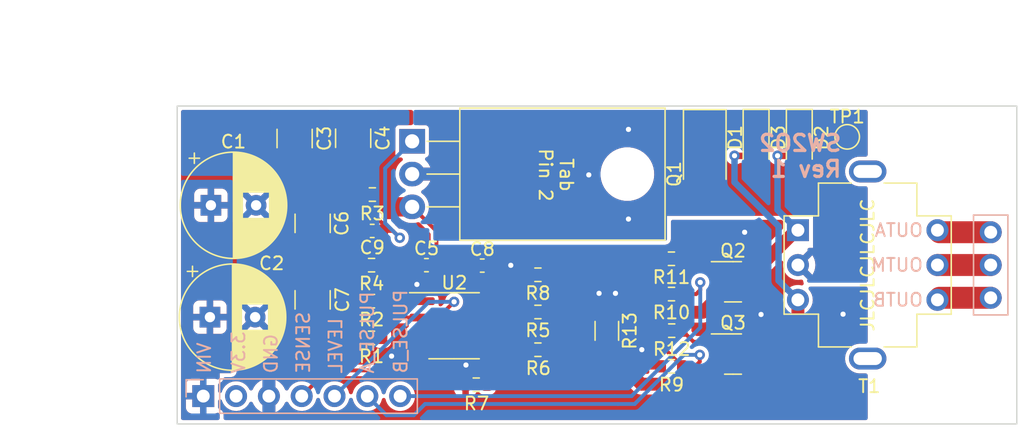
<source format=kicad_pcb>
(kicad_pcb (version 20211014) (generator pcbnew)
  (title_block (title "SW2O2") (date "2022-11-09") (rev "1") (company "saawsm"))
  (layers (0 "F.Cu" signal) (31 "B.Cu" signal) (34 "B.Paste" user) (35 "F.Paste" user) (36 "B.SilkS" user "B.Silkscreen") (37 "F.SilkS" user "F.Silkscreen") (38 "B.Mask" user) (39 "F.Mask" user) (44 "Edge.Cuts" user))
  (net 0 "")
  (net 1 "+9V")
  (net 2 "GND")
  (net 3 "/I_SENSE")
  (net 4 "/I_LIMIT")
  (net 5 "/PULSE_A")
  (net 6 "/PULSE_B")
  (net 7 "Net-(D2-Pad2)")
  (net 8 "Net-(D3-Pad2)")
  (net 9 "/OUTB")
  (net 10 "/OUTM")
  (net 11 "/OUTA")
  (net 13 "/PULSE_SRC")
  (net 14 "Net-(D1-Pad1)")
  (net 15 "/V_SHUNT_N")
  (net 16 "Net-(C9-Pad2)")
  (net 17 "Net-(Q2-Pad1)")
  (net 18 "/V_SHUNT_P")
  (net 19 "Net-(Q3-Pad1)")
  (net 20 "Net-(R1-Pad1)")
  (net 21 "Net-(R2-Pad1)")
  (net 22 "Net-(R5-Pad2)")
  (net 23 "Net-(R6-Pad2)")
  (footprint "Package_TO_SOT_THT:TO-220-3_Horizontal_TabDown" (layer "F.Cu") (at 105.07 71.691707 -90)
    (fp_text reference "Q1" (at 2.536903 -20.290558 -90) (layer "F.SilkS"))
    (fp_text value "IRF9Z24NPBF")
    (pad "" np_thru_hole oval locked (at 2.54 -16.66 270) (size 3.5 3.5) (drill 3.5) (layers *.Cu *.Mask))
    (pad "1" thru_hole rect locked (at 0 0 270) (size 1.905 2) (drill 1.1) (layers *.Cu *.Mask) (net 16 "Net-(C9-Pad2)"))
    (pad "2" thru_hole oval locked (at 2.54 0 270) (size 1.905 2) (drill 1.1) (layers *.Cu *.Mask) (net 13 "/PULSE_SRC"))
    (pad "3" thru_hole oval locked (at 5.08 0 270) (size 1.905 2) (drill 1.1) (layers *.Cu *.Mask) (net 1 "+9V"))
  )
  (footprint "Diode_SMD:D_SOD-123F" (layer "F.Cu") (at 131.695804 71.419663 -90)
    (fp_text reference "D3" (at -0.005529 -1.728508 90) (layer "F.SilkS"))
    (fp_text value "SS24FL")
    (pad "1" smd rect locked (at -1.4 0 270) (size 1.1 1.1) (layers "F.Cu" "F.Paste" "F.Mask") (net 14 "Net-(D1-Pad1)"))
    (pad "2" smd rect locked (at 1.4 0 270) (size 1.1 1.1) (layers "F.Cu" "F.Paste" "F.Mask") (net 8 "Net-(D3-Pad2)"))
  )
  (footprint "Resistor_SMD:R_0603_1608Metric" (layer "F.Cu") (at 101.989696 75.817638)
    (fp_text reference "R3" (at 0 1.475323) (layer "F.SilkS"))
    (fp_text value "2K")
    (pad "1" smd roundrect locked (at -0.825 0) (size 0.8 0.95) (layers "F.Cu" "F.Paste" "F.Mask") (net 16 "Net-(C9-Pad2)"))
    (pad "2" smd roundrect locked (at 0.825 0) (size 0.8 0.95) (layers "F.Cu" "F.Paste" "F.Mask") (net 1 "+9V"))
  )
  (footprint "Diode_SMD:D_SOD-123F" (layer "F.Cu") (at 135.040545 71.419663 -90)
    (fp_text reference "D2" (at 0.006427 -1.727155 90) (layer "F.SilkS"))
    (fp_text value "SS24FL")
    (pad "1" smd rect locked (at -1.4 0 270) (size 1.1 1.1) (layers "F.Cu" "F.Paste" "F.Mask") (net 14 "Net-(D1-Pad1)"))
    (pad "2" smd rect locked (at 1.4 0 270) (size 1.1 1.1) (layers "F.Cu" "F.Paste" "F.Mask") (net 7 "Net-(D2-Pad2)"))
  )
  (footprint "Resistor_SMD:R_0603_1608Metric" (layer "F.Cu") (at 101.92096 84.081424 180)
    (fp_text reference "R2" (at -0.015359 -1.431296 180) (layer "F.SilkS"))
    (fp_text value "10K")
    (pad "1" smd roundrect locked (at -0.825 0 180) (size 0.8 0.95) (layers "F.Cu" "F.Paste" "F.Mask") (net 21 "Net-(R2-Pad1)"))
    (pad "2" smd roundrect locked (at 0.825 0 180) (size 0.8 0.95) (layers "F.Cu" "F.Paste" "F.Mask") (net 20 "Net-(R1-Pad1)"))
  )
  (footprint "Capacitor_SMD:C_1210_3225Metric" (layer "F.Cu") (at 95.971021 71.47436 -90)
    (fp_text reference "C3" (at 0 -2.3 90) (layer "F.SilkS"))
    (fp_text value "22uF")
    (pad "1" smd roundrect locked (at -1.475 0 270) (size 1.15 2.7) (layers "F.Cu" "F.Paste" "F.Mask") (roundrect_rratio 0.2173913043) (net 1 "+9V"))
    (pad "2" smd roundrect locked (at 1.475 0 270) (size 1.15 2.7) (layers "F.Cu" "F.Paste" "F.Mask") (roundrect_rratio 0.2173913043) (net 2 "GND"))
  )
  (footprint "Capacitor_THT:CP_Radial_D8.0mm_P3.50mm" (layer "F.Cu") (at 89.489926 76.651202)
    (fp_text reference "C1" (at 1.742969 -4.928796) (layer "F.SilkS"))
    (fp_text value "470uF")
    (pad "1" thru_hole rect locked (at 0 0) (size 1.6 1.6) (drill 0.8) (layers *.Cu *.Mask) (net 1 "+9V"))
    (pad "2" thru_hole circle locked (at 3.5 0) (size 1.6 1.6) (drill 0.8) (layers *.Cu *.Mask) (net 2 "GND"))
  )
  (footprint "Resistor_SMD:R_0603_1608Metric" (layer "F.Cu") (at 125.147816 83.530326 180)
    (fp_text reference "R10" (at 0 -1.43) (layer "F.SilkS"))
    (fp_text value "10K")
    (pad "1" smd roundrect locked (at -0.825 0 180) (size 0.8 0.95) (layers "F.Cu" "F.Paste" "F.Mask") (net 6 "/PULSE_B"))
    (pad "2" smd roundrect locked (at 0.825 0 180) (size 0.8 0.95) (layers "F.Cu" "F.Paste" "F.Mask") (net 2 "GND"))
  )
  (footprint "Resistor_SMD:R_0603_1608Metric" (layer "F.Cu") (at 114.808 82.035834 180)
    (fp_text reference "R8" (at 0 -1.43) (layer "F.SilkS"))
    (fp_text value "100K")
    (pad "1" smd roundrect locked (at -0.825 0 180) (size 0.8 0.95) (layers "F.Cu" "F.Paste" "F.Mask") (net 22 "Net-(R5-Pad2)"))
    (pad "2" smd roundrect locked (at 0.825 0 180) (size 0.8 0.95) (layers "F.Cu" "F.Paste" "F.Mask") (net 3 "/I_SENSE"))
  )
  (footprint "Resistor_SMD:R_0603_1608Metric" (layer "F.Cu") (at 125.147816 89.131271 180)
    (fp_text reference "R9" (at 0 -1.43) (layer "F.SilkS"))
    (fp_text value "10K")
    (pad "1" smd roundrect locked (at -0.825 0 180) (size 0.8 0.95) (layers "F.Cu" "F.Paste" "F.Mask") (net 5 "/PULSE_A"))
    (pad "2" smd roundrect locked (at 0.825 0 180) (size 0.8 0.95) (layers "F.Cu" "F.Paste" "F.Mask") (net 2 "GND"))
  )
  (footprint "Resistor_SMD:R_0603_1608Metric" (layer "F.Cu") (at 125.143852 80.795367 180)
    (fp_text reference "R11" (at 0 -1.43) (layer "F.SilkS"))
    (fp_text value "100")
    (pad "1" smd roundrect locked (at -0.825 0 180) (size 0.8 0.95) (layers "F.Cu" "F.Paste" "F.Mask") (net 17 "Net-(Q2-Pad1)"))
    (pad "2" smd roundrect locked (at 0.825 0 180) (size 0.8 0.95) (layers "F.Cu" "F.Paste" "F.Mask") (net 6 "/PULSE_B"))
  )
  (footprint "Capacitor_SMD:C_0603_1608Metric" (layer "F.Cu") (at 106.176417 81.290318 180)
    (fp_text reference "C5" (at -0.005251 1.293432 180) (layer "F.SilkS"))
    (fp_text value "100nF")
    (pad "1" smd roundrect locked (at -0.775 0 180) (size 0.9 0.95) (layers "F.Cu" "F.Paste" "F.Mask") (net 1 "+9V"))
    (pad "2" smd roundrect locked (at 0.775 0 180) (size 0.9 0.95) (layers "F.Cu" "F.Paste" "F.Mask") (net 2 "GND"))
  )
  (footprint "TestPoint:TestPoint_Pad_D1.5mm" (layer "F.Cu") (at 138.750264 71.344993)
    (fp_text reference "TP1" (at 0 -1.563842) (layer "F.SilkS"))
    (fp_text value "PSRC")
    (pad "1" smd circle locked (at 0 0) (size 1.5 1.5) (layers "F.Cu" "F.Mask") (net 13 "/PULSE_SRC"))
  )
  (footprint "Package_TO_SOT_SMD:SOT-23" (layer "F.Cu") (at 129.910816 82.580326)
    (fp_text reference "Q2" (at 0 -2.4) (layer "F.SilkS"))
    (fp_text value "DMN2041L")
    (pad "1" smd roundrect locked (at -0.9375 -0.95) (size 1.475 0.6) (layers "F.Cu" "F.Paste" "F.Mask") (net 17 "Net-(Q2-Pad1)"))
    (pad "2" smd roundrect locked (at -0.9375 0.95) (size 1.475 0.6) (layers "F.Cu" "F.Paste" "F.Mask") (net 18 "/V_SHUNT_P"))
    (pad "3" smd roundrect locked (at 0.9375 0) (size 1.475 0.6) (layers "F.Cu" "F.Paste" "F.Mask") (net 7 "Net-(D2-Pad2)"))
  )
  (footprint "Resistor_SMD:R_0603_1608Metric" (layer "F.Cu") (at 101.923668 86.929593 180)
    (fp_text reference "R1" (at 0 -1.43) (layer "F.SilkS"))
    (fp_text value "10k")
    (pad "1" smd roundrect locked (at -0.825 0 180) (size 0.8 0.95) (layers "F.Cu" "F.Paste" "F.Mask") (net 20 "Net-(R1-Pad1)"))
    (pad "2" smd roundrect locked (at 0.825 0 180) (size 0.8 0.95) (layers "F.Cu" "F.Paste" "F.Mask") (net 2 "GND"))
  )
  (footprint "Resistor_SMD:R_0603_1608Metric" (layer "F.Cu") (at 125.164667 86.367413 180)
    (fp_text reference "R12" (at 0 -1.43) (layer "F.SilkS"))
    (fp_text value "100")
    (pad "1" smd roundrect locked (at -0.825 0 180) (size 0.8 0.95) (layers "F.Cu" "F.Paste" "F.Mask") (net 19 "Net-(Q3-Pad1)"))
    (pad "2" smd roundrect locked (at 0.825 0 180) (size 0.8 0.95) (layers "F.Cu" "F.Paste" "F.Mask") (net 5 "/PULSE_A"))
  )
  (footprint "SaawLib:SW32-MO_Header" (layer "F.Cu") (at 119.38 81.28)
    (fp_text reference "U1")
    (fp_text value "SW-32MO")
    (fp_text user "LEVEL" (at -20.239434 6.253036 90 unlocked) (layer "B.SilkS") (effects (justify mirror)))
    (fp_text user "OUTB" (at 23.296571 2.7 unlocked) (layer "B.SilkS") (effects (justify mirror)))
    (fp_text user "3.3V" (at -27.756241 6.776846 90 unlocked) (layer "B.SilkS") (effects (justify mirror)))
    (fp_text user "SENSE" (at -22.739434 6.014941 90 unlocked) (layer "B.SilkS") (effects (justify mirror)))
    (fp_text user "PULSE_A" (at -17.779434 5.229227 90 unlocked) (layer "B.SilkS") (effects (justify mirror)))
    (fp_text user "OUTA" (at 23.368 -2.7 unlocked) (layer "B.SilkS") (effects (justify mirror)))
    (fp_text user "PULSE_B" (at -15.195278 5.157798 90 unlocked) (layer "B.SilkS") (effects (justify mirror)))
    (fp_text user "VIN" (at -30.405819 7.205417 90 unlocked) (layer "B.SilkS") (effects (justify mirror)))
    (fp_text user "OUTM" (at 23.225143 0 unlocked) (layer "B.SilkS") (effects (justify mirror)))
    (fp_text user "GND" (at -25.239434 6.872084 90 unlocked) (layer "B.SilkS") (effects (justify mirror)))
    (pad "1" thru_hole rect locked (at -30.48 10.16 90) (size 1.7 1.7) (drill 1) (layers *.Cu *.Mask) (net 1 "+9V"))
    (pad "2" thru_hole oval locked (at -27.94 10.16 90) (size 1.7 1.7) (drill 1) (layers *.Cu *.Mask))
    (pad "3" thru_hole oval locked (at -25.4 10.16 90) (size 1.7 1.7) (drill 1) (layers *.Cu *.Mask) (net 2 "GND"))
    (pad "4" thru_hole oval locked (at -22.86 10.16 90) (size 1.7 1.7) (drill 1) (layers *.Cu *.Mask) (net 3 "/I_SENSE"))
    (pad "5" thru_hole oval locked (at -20.32 10.16 90) (size 1.7 1.7) (drill 1) (layers *.Cu *.Mask) (net 4 "/I_LIMIT"))
    (pad "6" thru_hole oval locked (at -17.78 10.16 90) (size 1.7 1.7) (drill 1) (layers *.Cu *.Mask) (net 5 "/PULSE_A"))
    (pad "7" thru_hole oval locked (at -15.24 10.16 90) (size 1.7 1.7) (drill 1) (layers *.Cu *.Mask) (net 6 "/PULSE_B"))
    (pad "8" thru_hole circle locked (at 30.48 -2.54) (size 1.7 1.7) (drill 1) (layers *.Cu *.Mask) (net 11 "/OUTA"))
    (pad "9" thru_hole oval locked (at 30.48 0) (size 1.7 1.7) (drill 1) (layers *.Cu *.Mask) (net 10 "/OUTM"))
    (pad "10" thru_hole oval locked (at 30.48 2.54) (size 1.7 1.7) (drill 1) (layers *.Cu *.Mask) (net 9 "/OUTB"))
  )
  (footprint "Diode_SMD:D_SMA" (layer "F.Cu") (at 127.72288 72.634663 -90)
    (fp_text reference "D1" (at -1.222684 -2.359905 90) (layer "F.SilkS"))
    (fp_text value "SML4746-E3/61")
    (pad "1" smd rect locked (at -2 0 270) (size 2.5 1.8) (layers "F.Cu" "F.Paste" "F.Mask") (net 14 "Net-(D1-Pad1)"))
    (pad "2" smd rect locked (at 2 0 270) (size 2.5 1.8) (layers "F.Cu" "F.Paste" "F.Mask") (net 13 "/PULSE_SRC"))
  )
  (footprint "Capacitor_SMD:C_0603_1608Metric" (layer "F.Cu") (at 110.497851 81.32504)
    (fp_text reference "C8" (at 0.004105 -1.271327) (layer "F.SilkS"))
    (fp_text value "1uF")
    (pad "1" smd roundrect locked (at -0.775 0) (size 0.9 0.95) (layers "F.Cu" "F.Paste" "F.Mask") (net 1 "+9V"))
    (pad "2" smd roundrect locked (at 0.775 0) (size 0.9 0.95) (layers "F.Cu" "F.Paste" "F.Mask") (net 2 "GND"))
  )
  (footprint "Resistor_SMD:R_0603_1608Metric" (layer "F.Cu") (at 114.808 84.920334 180)
    (fp_text reference "R5" (at 0 -1.43) (layer "F.SilkS"))
    (fp_text value "10k")
    (pad "1" smd roundrect locked (at -0.825 0 180) (size 0.8 0.95) (layers "F.Cu" "F.Paste" "F.Mask") (net 15 "/V_SHUNT_N"))
    (pad "2" smd roundrect locked (at 0.825 0 180) (size 0.8 0.95) (layers "F.Cu" "F.Paste" "F.Mask") (net 22 "Net-(R5-Pad2)"))
  )
  (footprint "NetTie:NetTie-2_SMD_Pad0.5mm" (layer "F.Cu") (at 117.602 84.920334)
    (fp_text reference "NT1" hide)
    (fp_text value "0.5 mm")
    (fp_poly (pts (xy -0.5 -0.25) (xy 0.5 -0.25) (xy 0.5 0.25) (xy -0.5 0.25)) (layer "F.Cu") (width 0) (fill solid))
    (pad "1" smd circle locked (at -0.5 0) (size 0.5 0.5) (layers "F.Cu") (net 15 "/V_SHUNT_N"))
    (pad "2" smd circle locked (at 0.5 0) (size 0.5 0.5) (layers "F.Cu") (net 2 "GND"))
  )
  (footprint "Capacitor_SMD:C_1210_3225Metric" (layer "F.Cu") (at 97.366043 83.979742 -90)
    (fp_text reference "C7" (at 0 -2.3 90) (layer "F.SilkS"))
    (fp_text value "22uF")
    (pad "1" smd roundrect locked (at -1.475 0 270) (size 1.15 2.7) (layers "F.Cu" "F.Paste" "F.Mask") (roundrect_rratio 0.2173913043) (net 1 "+9V"))
    (pad "2" smd roundrect locked (at 1.475 0 270) (size 1.15 2.7) (layers "F.Cu" "F.Paste" "F.Mask") (roundrect_rratio 0.2173913043) (net 2 "GND"))
  )
  (footprint "Capacitor_SMD:C_0603_1608Metric" (layer "F.Cu") (at 101.978916 78.638794)
    (fp_text reference "C9" (at 0 1.287405) (layer "F.SilkS"))
    (fp_text value "100nF")
    (pad "1" smd roundrect locked (at -0.775 0) (size 0.9 0.95) (layers "F.Cu" "F.Paste" "F.Mask") (net 2 "GND"))
    (pad "2" smd roundrect locked (at 0.775 0) (size 0.9 0.95) (layers "F.Cu" "F.Paste" "F.Mask") (net 16 "Net-(C9-Pad2)"))
  )
  (footprint "Capacitor_SMD:C_1210_3225Metric" (layer "F.Cu") (at 97.366043 78.050896 90)
    (fp_text reference "C6" (at 0 2.254234 90) (layer "F.SilkS"))
    (fp_text value "22uF")
    (pad "1" smd roundrect locked (at -1.475 0 90) (size 1.15 2.7) (layers "F.Cu" "F.Paste" "F.Mask") (roundrect_rratio 0.2173913043) (net 1 "+9V"))
    (pad "2" smd roundrect locked (at 1.475 0 90) (size 1.15 2.7) (layers "F.Cu" "F.Paste" "F.Mask") (roundrect_rratio 0.2173913043) (net 2 "GND"))
  )
  (footprint "Capacitor_SMD:C_1210_3225Metric" (layer "F.Cu") (at 100.50391 71.45412 -90)
    (fp_text reference "C4" (at 0 -2.3 90) (layer "F.SilkS"))
    (fp_text value "22uF")
    (pad "1" smd roundrect locked (at -1.475 0 270) (size 1.15 2.7) (layers "F.Cu" "F.Paste" "F.Mask") (roundrect_rratio 0.2173913043) (net 1 "+9V"))
    (pad "2" smd roundrect locked (at 1.475 0 270) (size 1.15 2.7) (layers "F.Cu" "F.Paste" "F.Mask") (roundrect_rratio 0.2173913043) (net 2 "GND"))
  )
  (footprint "Capacitor_THT:CP_Radial_D8.0mm_P3.50mm" (layer "F.Cu") (at 89.415192 85.320272)
    (fp_text reference "C2" (at 4.777956 -4.166805) (layer "F.SilkS"))
    (fp_text value "470uF")
    (pad "1" thru_hole rect locked (at 0 0) (size 1.6 1.6) (drill 0.8) (layers *.Cu *.Mask) (net 1 "+9V"))
    (pad "2" thru_hole circle locked (at 3.5 0) (size 1.6 1.6) (drill 0.8) (layers *.Cu *.Mask) (net 2 "GND"))
  )
  (footprint "Resistor_SMD:R_1206_3216Metric" (layer "F.Cu") (at 120.142 86.382834 90)
    (fp_text reference "R13" (at 0 1.778 270) (layer "F.SilkS"))
    (fp_text value "0.1")
    (pad "1" smd roundrect locked (at -1.4625 0 90) (size 1.125 1.75) (layers "F.Cu" "F.Paste" "F.Mask") (roundrect_rratio 0.2222222222) (net 18 "/V_SHUNT_P"))
    (pad "2" smd roundrect locked (at 1.4625 0 90) (size 1.125 1.75) (layers "F.Cu" "F.Paste" "F.Mask") (roundrect_rratio 0.2222222222) (net 2 "GND"))
  )
  (footprint "Package_TO_SOT_SMD:SOT-23" (layer "F.Cu") (at 129.910816 88.181271)
    (fp_text reference "Q3" (at 0 -2.414) (layer "F.SilkS"))
    (fp_text value "DMN2041L")
    (pad "1" smd roundrect locked (at -0.9375 -0.95) (size 1.475 0.6) (layers "F.Cu" "F.Paste" "F.Mask") (net 19 "Net-(Q3-Pad1)"))
    (pad "2" smd roundrect locked (at -0.9375 0.95) (size 1.475 0.6) (layers "F.Cu" "F.Paste" "F.Mask") (net 18 "/V_SHUNT_P"))
    (pad "3" smd roundrect locked (at 0.9375 0) (size 1.475 0.6) (layers "F.Cu" "F.Paste" "F.Mask") (net 8 "Net-(D3-Pad2)"))
  )
  (footprint "Resistor_SMD:R_0603_1608Metric" (layer "F.Cu") (at 101.928916 81.290318)
    (fp_text reference "R4" (at -0.000477 1.427774) (layer "F.SilkS"))
    (fp_text value "1K")
    (pad "1" smd roundrect locked (at -0.825 0) (size 0.8 0.95) (layers "F.Cu" "F.Paste" "F.Mask") (net 21 "Net-(R2-Pad1)"))
    (pad "2" smd roundrect locked (at 0.825 0) (size 0.8 0.95) (layers "F.Cu" "F.Paste" "F.Mask") (net 16 "Net-(C9-Pad2)"))
  )
  (footprint "SaawLib:42TL" (layer "F.Cu") (at 140.335 81.28)
    (fp_text reference "T1" (at 0.127 9.398 unlocked) (layer "F.SilkS"))
    (fp_text value "42TL004-RC")
    (pad "" thru_hole oval locked (at 0 7.25) (size 2.9 1.7) (drill oval 2.2 1) (layers *.Cu *.Mask))
    (pad "" thru_hole oval locked (at 0 -7.25) (size 2.9 1.7) (drill oval 2.2 1) (layers *.Cu *.Mask))
    (pad "1" thru_hole rect locked (at -5.4 -2.7) (size 1.7 1.7) (drill 1) (layers *.Cu *.Mask) (net 7 "Net-(D2-Pad2)"))
    (pad "2" thru_hole circle locked (at -5.4 0) (size 1.7 1.7) (drill 1) (layers *.Cu *.Mask) (net 13 "/PULSE_SRC"))
    (pad "3" thru_hole circle locked (at -5.4 2.7) (size 1.7 1.7) (drill 1) (layers *.Cu *.Mask) (net 8 "Net-(D3-Pad2)"))
    (pad "4" thru_hole circle locked (at 5.4 2.7) (size 1.7 1.7) (drill 1) (layers *.Cu *.Mask) (net 9 "/OUTB"))
    (pad "5" thru_hole circle locked (at 5.4 0) (size 1.7 1.7) (drill 1) (layers *.Cu *.Mask) (net 10 "/OUTM"))
    (pad "6" thru_hole circle locked (at 5.4 -2.7) (size 1.7 1.7) (drill 1) (layers *.Cu *.Mask) (net 11 "/OUTA"))
  )
  (footprint "Resistor_SMD:R_0603_1608Metric" (layer "F.Cu") (at 110.032225 90.558424 180)
    (fp_text reference "R7" (at -0.02012 -1.463635) (layer "F.SilkS"))
    (fp_text value "100K")
    (pad "1" smd roundrect locked (at -0.825 0 180) (size 0.8 0.95) (layers "F.Cu" "F.Paste" "F.Mask") (net 23 "Net-(R6-Pad2)"))
    (pad "2" smd roundrect locked (at 0.825 0 180) (size 0.8 0.95) (layers "F.Cu" "F.Paste" "F.Mask") (net 2 "GND"))
  )
  (footprint "Package_SO:SOIC-8_3.9x4.9mm_P1.27mm" (layer "F.Cu") (at 108.317225 85.986424)
    (fp_text reference "U2" (at 0.019247 -3.327503) (layer "F.SilkS"))
    (fp_text value "LM358ADT")
    (pad "1" smd roundrect locked (at -2.475 -1.905) (size 1.95 0.6) (layers "F.Cu" "F.Paste" "F.Mask") (net 21 "Net-(R2-Pad1)"))
    (pad "2" smd roundrect locked (at -2.475 -0.635) (size 1.95 0.6) (layers "F.Cu" "F.Paste" "F.Mask") (net 20 "Net-(R1-Pad1)"))
    (pad "3" smd roundrect locked (at -2.475 0.635) (size 1.95 0.6) (layers "F.Cu" "F.Paste" "F.Mask") (net 4 "/I_LIMIT"))
    (pad "4" smd roundrect locked (at -2.475 1.905) (size 1.95 0.6) (layers "F.Cu" "F.Paste" "F.Mask") (net 2 "GND"))
    (pad "5" smd roundrect locked (at 2.475 1.905) (size 1.95 0.6) (layers "F.Cu" "F.Paste" "F.Mask") (net 23 "Net-(R6-Pad2)"))
    (pad "6" smd roundrect locked (at 2.475 0.635) (size 1.95 0.6) (layers "F.Cu" "F.Paste" "F.Mask") (net 22 "Net-(R5-Pad2)"))
    (pad "7" smd roundrect locked (at 2.475 -0.635) (size 1.95 0.6) (layers "F.Cu" "F.Paste" "F.Mask") (net 3 "/I_SENSE"))
    (pad "8" smd roundrect locked (at 2.475 -1.905) (size 1.95 0.6) (layers "F.Cu" "F.Paste" "F.Mask") (net 1 "+9V"))
  )
  (footprint "Resistor_SMD:R_0603_1608Metric" (layer "F.Cu") (at 114.808 87.845334 180)
    (fp_text reference "R6" (at -0.026108 -1.440824 180) (layer "F.SilkS"))
    (fp_text value "10k")
    (pad "1" smd roundrect locked (at -0.825 0 180) (size 0.8 0.95) (layers "F.Cu" "F.Paste" "F.Mask") (net 18 "/V_SHUNT_P"))
    (pad "2" smd roundrect locked (at 0.825 0 180) (size 0.8 0.95) (layers "F.Cu" "F.Paste" "F.Mask") (net 23 "Net-(R6-Pad2)"))
  )
  (gr_rect locked (start 86.88 68.958086) (end 151.88 93.599589) (layer "Edge.Cuts") (width 0.1) (fill none))
  (gr_text "SW2O2\nRev 1" (at 138.43 72.84) (layer "B.SilkS") (effects (font (size 1.25 1.25) (thickness 0.25)) (justify left mirror)))
  (gr_text "JLCJLCJLCJLC" (at 140.335 81.28 90) (layer "F.SilkS") (effects (font (size 1 1))))
  (gr_text "Tab\nPin 2" (at 116.205 74.295 270) (layer "F.SilkS") (effects (font (size 1 1))))
  (segment locked (start 106.951417 81.290318) (end 106.951417 78.653124) (width 0.3) (layer "F.Cu") (net 1))
  (segment locked (start 109.688129 81.290318) (end 109.722851 81.32504) (width 0.3) (layer "F.Cu") (net 1))
  (segment locked (start 106.951417 81.290318) (end 109.688129 81.290318) (width 0.3) (layer "F.Cu") (net 1))
  (segment locked (start 109.722851 81.32504) (end 110.792225 82.394414) (width 0.3) (layer "F.Cu") (net 1))
  (segment locked (start 106.951417 78.653124) (end 105.07 76.771707) (width 0.3) (layer "F.Cu") (net 1))
  (segment locked (start 110.792225 82.394414) (end 110.792225 84.081424) (width 0.3) (layer "F.Cu") (net 1))
  (segment locked (start 118.102 84.920334) (end 120.142 84.920334) (width 0.3) (layer "F.Cu") (net 2))
  (via locked (at 120.810241 83.47509) (size 0.8) (drill 0.4) (layers "F.Cu" "B.Cu") (net 2))
  (via locked (at 132.08 85.112834) (size 0.8) (drill 0.4) (layers "F.Cu" "B.Cu") (net 2))
  (via locked (at 109.235975 89.031556) (size 0.8) (drill 0.4) (layers "F.Cu" "B.Cu") (net 2))
  (via locked (at 105.437768 82.783409) (size 0.8) (drill 0.4) (layers "F.Cu" "B.Cu") (net 2))
  (via locked (at 130.81 78.74) (size 0.8) (drill 0.4) (layers "F.Cu" "B.Cu") (net 2))
  (via locked (at 119.540241 83.47509) (size 0.8) (drill 0.4) (layers "F.Cu" "B.Cu") (net 2))
  (via locked (at 138.43 85.09) (size 0.8) (drill 0.4) (layers "F.Cu" "B.Cu") (net 2))
  (via locked (at 103.477327 88.3406) (size 0.8) (drill 0.4) (layers "F.Cu" "B.Cu") (net 2))
  (via locked (at 122.849822 87.841203) (size 0.8) (drill 0.4) (layers "F.Cu" "B.Cu") (net 2))
  (via locked (at 112.705568 81.303283) (size 0.8) (drill 0.4) (layers "F.Cu" "B.Cu") (net 2))
  (segment locked (start 108.755481 88.136328) (end 108.755481 86.27009) (width 0.3) (layer "F.Cu") (net 3))
  (segment locked (start 96.52 91.44) (end 98.512909 89.447091) (width 0.3) (layer "F.Cu") (net 3))
  (segment locked (start 110.792225 85.351424) (end 112.201763 85.351424) (width 0.3) (layer "F.Cu") (net 3))
  (segment locked (start 108.755481 86.27009) (end 109.674147 85.351424) (width 0.3) (layer "F.Cu") (net 3))
  (segment locked (start 113.973973 82.035834) (end 113.983 82.035834) (width 0.3) (layer "F.Cu") (net 3))
  (segment locked (start 112.751685 84.801502) (end 112.751685 83.258122) (width 0.3) (layer "F.Cu") (net 3))
  (segment locked (start 109.674147 85.351424) (end 110.792225 85.351424) (width 0.3) (layer "F.Cu") (net 3))
  (segment locked (start 112.751685 83.258122) (end 113.973973 82.035834) (width 0.3) (layer "F.Cu") (net 3))
  (segment locked (start 112.201763 85.351424) (end 112.751685 84.801502) (width 0.3) (layer "F.Cu") (net 3))
  (segment locked (start 98.512909 89.447091) (end 107.444718 89.447091) (width 0.3) (layer "F.Cu") (net 3))
  (segment locked (start 107.444718 89.447091) (end 108.755481 88.136328) (width 0.3) (layer "F.Cu") (net 3))
  (segment locked (start 107.525981 84.923889) (end 108.318219 84.131651) (width 0.3) (layer "F.Cu") (net 4))
  (segment locked (start 107.008704 86.621424) (end 107.525981 86.104147) (width 0.3) (layer "F.Cu") (net 4))
  (segment locked (start 105.842225 86.621424) (end 107.008704 86.621424) (width 0.3) (layer "F.Cu") (net 4))
  (segment locked (start 107.525981 86.104147) (end 107.525981 84.923889) (width 0.3) (layer "F.Cu") (net 4))
  (via locked (at 108.318219 84.131651) (size 0.8) (drill 0.4) (layers "F.Cu" "B.Cu") (net 4))
  (segment locked (start 106.368349 84.131651) (end 108.318219 84.131651) (width 0.3) (layer "B.Cu") (net 4))
  (segment locked (start 99.06 91.44) (end 106.368349 84.131651) (width 0.3) (layer "B.Cu") (net 4))
  (segment locked (start 126.980218 89.131271) (end 127.336005 88.775484) (width 0.3) (layer "F.Cu") (net 5))
  (segment locked (start 127.336005 88.775484) (end 127.336005 88.242479) (width 0.3) (layer "F.Cu") (net 5))
  (segment locked (start 124.339667 87.498122) (end 125.972816 89.131271) (width 0.3) (layer "F.Cu") (net 5))
  (segment locked (start 124.339667 86.367413) (end 124.339667 87.498122) (width 0.3) (layer "F.Cu") (net 5))
  (segment locked (start 125.972816 89.131271) (end 126.980218 89.131271) (width 0.3) (layer "F.Cu") (net 5))
  (via locked (at 127.336005 88.242479) (size 0.8) (drill 0.4) (layers "F.Cu" "B.Cu") (net 5))
  (segment locked (start 122.298306 92.051402) (end 126.107229 88.242479) (width 0.3) (layer "B.Cu") (net 5))
  (segment locked (start 105.195703 92.924297) (end 106.068598 92.051402) (width 0.3) (layer "B.Cu") (net 5))
  (segment locked (start 126.107229 88.242479) (end 127.336005 88.242479) (width 0.3) (layer "B.Cu") (net 5))
  (segment locked (start 106.068598 92.051402) (end 121.005472 92.051402) (width 0.3) (layer "B.Cu") (net 5))
  (segment locked (start 121.005472 92.051402) (end 122.298306 92.051402) (width 0.3) (layer "B.Cu") (net 5))
  (segment locked (start 103.084297 92.924297) (end 105.195703 92.924297) (width 0.3) (layer "B.Cu") (net 5))
  (segment locked (start 101.6 91.44) (end 103.084297 92.924297) (width 0.3) (layer "B.Cu") (net 5))
  (segment locked (start 124.318852 80.795367) (end 124.318852 81.876362) (width 0.3) (layer "F.Cu") (net 6))
  (segment locked (start 127.373957 83.20999) (end 127.373957 82.62559) (width 0.3) (layer "F.Cu") (net 6))
  (segment locked (start 124.318852 81.876362) (end 125.972816 83.530326) (width 0.3) (layer "F.Cu") (net 6))
  (segment locked (start 127.053621 83.530326) (end 127.373957 83.20999) (width 0.3) (layer "F.Cu") (net 6))
  (segment locked (start 125.972816 83.530326) (end 127.053621 83.530326) (width 0.3) (layer "F.Cu") (net 6))
  (via locked (at 127.373957 82.62559) (size 0.8) (drill 0.4) (layers "F.Cu" "B.Cu") (net 6))
  (segment locked (start 104.14 91.44) (end 120.763854 91.44) (width 0.3) (layer "B.Cu") (net 6))
  (segment locked (start 127.373957 86.122731) (end 127.373957 82.62559) (width 0.3) (layer "B.Cu") (net 6))
  (segment locked (start 120.763854 91.44) (end 122.056688 91.44) (width 0.3) (layer "B.Cu") (net 6))
  (segment locked (start 122.056688 91.44) (end 127.373957 86.122731) (width 0.3) (layer "B.Cu") (net 6))
  (segment locked (start 134.946334 72.819663) (end 133.369656 72.819663) (width 0.5) (layer "F.Cu") (net 7))
  (segment locked (start 133.369656 72.819663) (end 133.357584 72.807591) (width 0.3) (layer "F.Cu") (net 7))
  (segment locked (start 134.802834 78.58) (end 134.935 78.58) (width 1) (layer "F.Cu") (net 7))
  (segment locked (start 130.848316 82.534518) (end 134.802834 78.58) (width 1) (layer "F.Cu") (net 7))
  (segment locked (start 130.848316 82.580326) (end 130.848316 82.534518) (width 1) (layer "F.Cu") (net 7))
  (via locked (at 133.357584 72.807591) (size 0.8) (drill 0.4) (layers "F.Cu" "B.Cu") (net 7))
  (segment locked (start 133.357584 77.007342) (end 133.357584 72.807591) (width 0.5) (layer "B.Cu") (net 7))
  (segment locked (start 134.935 78.58) (end 134.930242 78.58) (width 0.3) (layer "B.Cu") (net 7))
  (segment locked (start 134.930242 78.58) (end 133.357584 77.007342) (width 0.5) (layer "B.Cu") (net 7))
  (segment locked (start 132.026563 88.181271) (end 134.935 85.272834) (width 1) (layer "F.Cu") (net 8))
  (segment locked (start 130.038706 72.819663) (end 130.026634 72.807591) (width 0.3) (layer "F.Cu") (net 8))
  (segment locked (start 134.935 85.272834) (end 134.935 83.98) (width 1) (layer "F.Cu") (net 8))
  (segment locked (start 130.848316 88.181271) (end 132.026563 88.181271) (width 1) (layer "F.Cu") (net 8))
  (segment locked (start 131.601593 72.819663) (end 130.038706 72.819663) (width 0.5) (layer "F.Cu") (net 8))
  (via locked (at 130.026634 72.807591) (size 0.8) (drill 0.4) (layers "F.Cu" "B.Cu") (net 8))
  (segment locked (start 133.436074 78.270383) (end 130.026634 74.860943) (width 0.5) (layer "B.Cu") (net 8))
  (segment locked (start 130.026634 74.860943) (end 130.026634 72.807591) (width 0.5) (layer "B.Cu") (net 8))
  (segment locked (start 133.436074 82.481074) (end 133.436074 78.270383) (width 0.5) (layer "B.Cu") (net 8))
  (segment locked (start 134.935 83.98) (end 133.436074 82.481074) (width 0.5) (layer "B.Cu") (net 8))
  (segment locked (start 149.86 83.82) (end 145.895 83.82) (width 1.7) (layer "F.Cu") (net 9))
  (segment locked (start 145.735 81.28) (end 149.86 81.28) (width 1.7) (layer "F.Cu") (net 10))
  (segment locked (start 149.86 78.74) (end 145.895 78.74) (width 1.7) (layer "F.Cu") (net 11))
  (via locked (at 121.816116 77.718359) (size 0.8) (drill 0.4) (layers "F.Cu" "B.Cu") (net 13))
  (via locked (at 121.816116 70.76959) (size 0.8) (drill 0.4) (layers "F.Cu" "B.Cu") (net 13))
  (via locked (at 118.745 74.295) (size 0.8) (drill 0.4) (layers "F.Cu" "B.Cu") (net 13))
  (segment locked (start 115.633 84.920334) (end 117.102 84.920334) (width 0.2) (layer "F.Cu") (net 15))
  (segment locked (start 102.753916 81.290318) (end 102.753916 78.638794) (width 0.3) (layer "F.Cu") (net 16))
  (segment locked (start 102.753916 78.638794) (end 103.581417 78.638794) (width 0.3) (layer "F.Cu") (net 16))
  (segment locked (start 102.753916 78.638794) (end 102.753916 78.033787) (width 0.3) (layer "F.Cu") (net 16))
  (segment locked (start 102.753916 78.033787) (end 101.164696 76.444567) (width 0.3) (layer "F.Cu") (net 16))
  (segment locked (start 103.581417 78.638794) (end 104.110493 79.16787) (width 0.3) (layer "F.Cu") (net 16))
  (segment locked (start 101.164696 76.444567) (end 101.164696 75.817638) (width 0.3) (layer "F.Cu") (net 16))
  (via locked (at 104.110493 79.16787) (size 0.8) (drill 0.4) (layers "F.Cu" "B.Cu") (net 16))
  (segment locked (start 102.979412 73.782295) (end 102.979412 78.036789) (width 0.3) (layer "B.Cu") (net 16))
  (segment locked (start 102.979412 78.036789) (end 104.110493 79.16787) (width 0.3) (layer "B.Cu") (net 16))
  (segment locked (start 105.07 71.691707) (end 102.979412 73.782295) (width 0.3) (layer "B.Cu") (net 16))
  (segment locked (start 128.973316 81.630326) (end 126.803811 81.630326) (width 0.3) (layer "F.Cu") (net 17))
  (segment locked (start 126.803811 81.630326) (end 125.968852 80.795367) (width 0.3) (layer "F.Cu") (net 17))
  (segment locked (start 120.142 87.845334) (end 120.142 87.845555) (width 1) (layer "F.Cu") (net 18))
  (segment locked (start 127.586723 90.517864) (end 128.973316 89.131271) (width 1) (layer "F.Cu") (net 18))
  (segment locked (start 122.814309 90.517864) (end 127.586723 90.517864) (width 1) (layer "F.Cu") (net 18))
  (segment locked (start 120.142 87.845555) (end 122.814309 90.517864) (width 1) (layer "F.Cu") (net 18))
  (segment locked (start 123.043894 84.94344) (end 120.142 87.845334) (width 1) (layer "F.Cu") (net 18))
  (segment locked (start 127.560202 84.94344) (end 123.043894 84.94344) (width 1) (layer "F.Cu") (net 18))
  (segment locked (start 128.973316 83.530326) (end 127.560202 84.94344) (width 1) (layer "F.Cu") (net 18))
  (segment locked (start 115.633 87.845334) (end 120.142 87.845334) (width 0.2) (layer "F.Cu") (net 18))
  (segment locked (start 126.853525 87.231271) (end 128.973316 87.231271) (width 0.3) (layer "F.Cu") (net 19))
  (segment locked (start 125.989667 86.367413) (end 126.853525 87.231271) (width 0.3) (layer "F.Cu") (net 19))
  (segment locked (start 102.831352 85.351424) (end 102.36596 85.351424) (width 0.3) (layer "F.Cu") (net 20))
  (segment locked (start 105.842225 85.351424) (end 102.831352 85.351424) (width 0.3) (layer "F.Cu") (net 20))
  (segment locked (start 102.36596 85.351424) (end 101.09596 84.081424) (width 0.3) (layer "F.Cu") (net 20))
  (segment locked (start 102.748668 85.434108) (end 102.831352 85.351424) (width 0.3) (layer "F.Cu") (net 20))
  (segment locked (start 102.748668 86.929593) (end 102.748668 85.434108) (width 0.3) (layer "F.Cu") (net 20))
  (segment locked (start 102.74596 84.081424) (end 105.842225 84.081424) (width 0.3) (layer "F.Cu") (net 21))
  (segment locked (start 102.74596 84.081424) (end 101.103916 82.43938) (width 0.3) (layer "F.Cu") (net 21))
  (segment locked (start 101.103916 82.43938) (end 101.103916 81.330602) (width 0.3) (layer "F.Cu") (net 21))
  (segment locked (start 113.206831 86.586253) (end 111.227527 86.586253) (width 0.3) (layer "F.Cu") (net 22))
  (segment locked (start 115.633 82.035834) (end 115.633 82.071995) (width 0.3) (layer "F.Cu") (net 22))
  (segment locked (start 115.633 82.071995) (end 113.983 83.721995) (width 0.3) (layer "F.Cu") (net 22))
  (segment locked (start 113.983 85.810084) (end 113.206831 86.586253) (width 0.3) (layer "F.Cu") (net 22))
  (segment locked (start 113.983 84.920334) (end 113.983 85.810084) (width 0.3) (layer "F.Cu") (net 22))
  (segment locked (start 113.983 83.721995) (end 113.983 84.920334) (width 0.3) (layer "F.Cu") (net 22))
  (segment locked (start 111.227527 87.856253) (end 113.972081 87.856253) (width 0.3) (layer "F.Cu") (net 23))
  (segment locked (start 113.972081 87.856253) (end 113.983 87.845334) (width 0.3) (layer "F.Cu") (net 23))
  (segment locked (start 110.792225 87.891424) (end 110.792225 90.493424) (width 0.3) (layer "F.Cu") (net 23))
  (zone locked (net 14) (net_name "Net-(D1-Pad1)") (layer "F.Cu") (priority 6) (connect_pads (clearance 0.3)) (min_thickness 0.3) (fill yes (thermal_gap 0.5) (thermal_bridge_width 0.5))
    (polygon (pts (xy 135.630611 71.956017) (xy 126.936043 71.956016) (xy 126.936042 69.215) (xy 135.63061 69.215001)))
  )
  (zone locked (net 1) (net_name "+9V") (layer "F.Cu") (priority 4) (connect_pads (clearance 0.3)) (min_thickness 0.3) (fill yes (thermal_gap 0.5) (thermal_bridge_width 0.5))
    (polygon (pts (xy 105.15667 77.719698) (xy 102.142205 77.729169) (xy 102.131942 72.28106) (xy 91.186 72.280676) (xy 91.186 77.978) (xy 99.06 77.978) (xy 99.06 83.988853) (xy 91.186 83.988853) (xy 91.186 89.662) (xy 90.17 89.662) (xy 90.17 93.472) (xy 86.868 93.472) (xy 86.868 68.834) (xy 105.148334 68.838189)))
  )
  (zone locked (net 13) (net_name "/PULSE_SRC") (layers F&B.Cu) (priority 2) (connect_pads (clearance 0.3)) (min_thickness 0.3) (fill yes (thermal_gap 0.5) (thermal_bridge_width 0.5))
    (polygon (pts (xy 140.335 82.648382) (xy 134.955044 82.648382) (xy 134.955045 79.948541) (xy 136.105797 79.948542) (xy 136.105796 77.470001) (xy 124.800546 77.470001) (xy 124.800547 79.400409) (xy 106.707673 79.400409) (xy 106.707671 78.111195) (xy 104.139999 78.111194) (xy 104.14 73.025) (xy 105.158583 73.025) (xy 105.158583 67.889043) (xy 140.335 67.889043)))
  )
  (zone locked (net 2) (net_name "GND") (layers F&B.Cu) (connect_pads (clearance 0.3)) (min_thickness 0.3) (fill yes (thermal_gap 0.5) (thermal_bridge_width 0.5))
    (polygon (pts (xy 140.335 68.58) (xy 140.335 94.234) (xy 86.36 94.234) (xy 86.36 68.326)))
  )
  (zone locked (net 1) (net_name "+9V") (layer "B.Cu") (priority 1) (connect_pads (clearance 0.3)) (min_thickness 0.3) (fill yes (thermal_gap 0.5) (thermal_bridge_width 0.5))
    (polygon (pts (xy 91.186 89.662) (xy 90.17 89.662) (xy 90.17 93.726) (xy 86.868 93.726) (xy 86.868 74.676) (xy 91.186 74.676)))
  )
)
</source>
